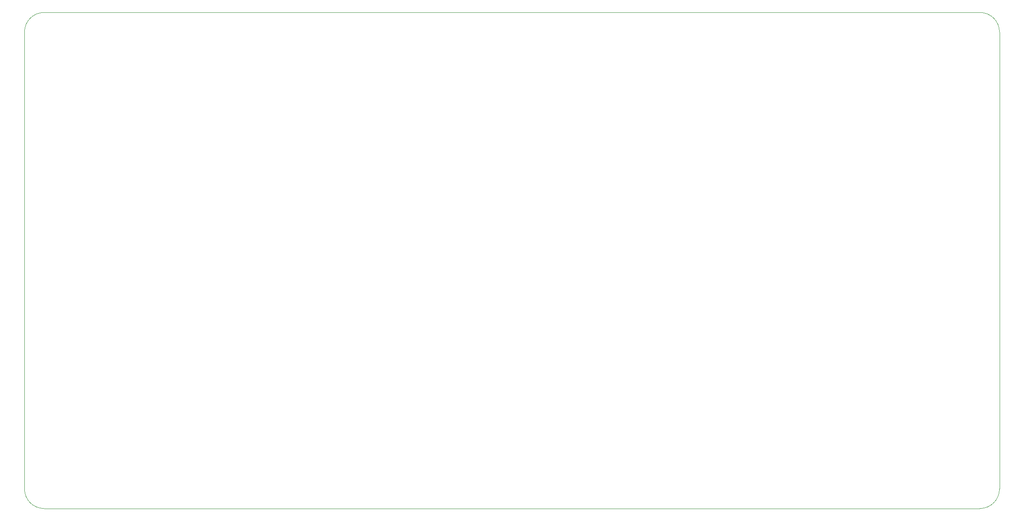
<source format=gbr>
%TF.GenerationSoftware,KiCad,Pcbnew,9.0.6*%
%TF.CreationDate,2025-12-12T05:38:23-05:00*%
%TF.ProjectId,etch_a_sketch,65746368-5f61-45f7-936b-657463682e6b,rev?*%
%TF.SameCoordinates,Original*%
%TF.FileFunction,Profile,NP*%
%FSLAX46Y46*%
G04 Gerber Fmt 4.6, Leading zero omitted, Abs format (unit mm)*
G04 Created by KiCad (PCBNEW 9.0.6) date 2025-12-12 05:38:23*
%MOMM*%
%LPD*%
G01*
G04 APERTURE LIST*
%TA.AperFunction,Profile*%
%ADD10C,0.050000*%
%TD*%
G04 APERTURE END LIST*
D10*
X50000000Y-53100000D02*
G75*
G02*
X54000000Y-49100000I4000000J0D01*
G01*
X54000000Y-150900000D02*
G75*
G02*
X50000000Y-146900000I0J4000000D01*
G01*
X246000000Y-49100000D02*
G75*
G02*
X250000000Y-53100000I0J-4000000D01*
G01*
X250000000Y-146900000D02*
G75*
G02*
X246000000Y-150900000I-4000000J0D01*
G01*
X54000000Y-49100000D02*
X246000000Y-49100000D01*
X50000000Y-146900000D02*
X50000000Y-53100000D01*
X246000000Y-150900000D02*
X54000000Y-150900000D01*
X250000000Y-53100000D02*
X250000000Y-146900000D01*
M02*

</source>
